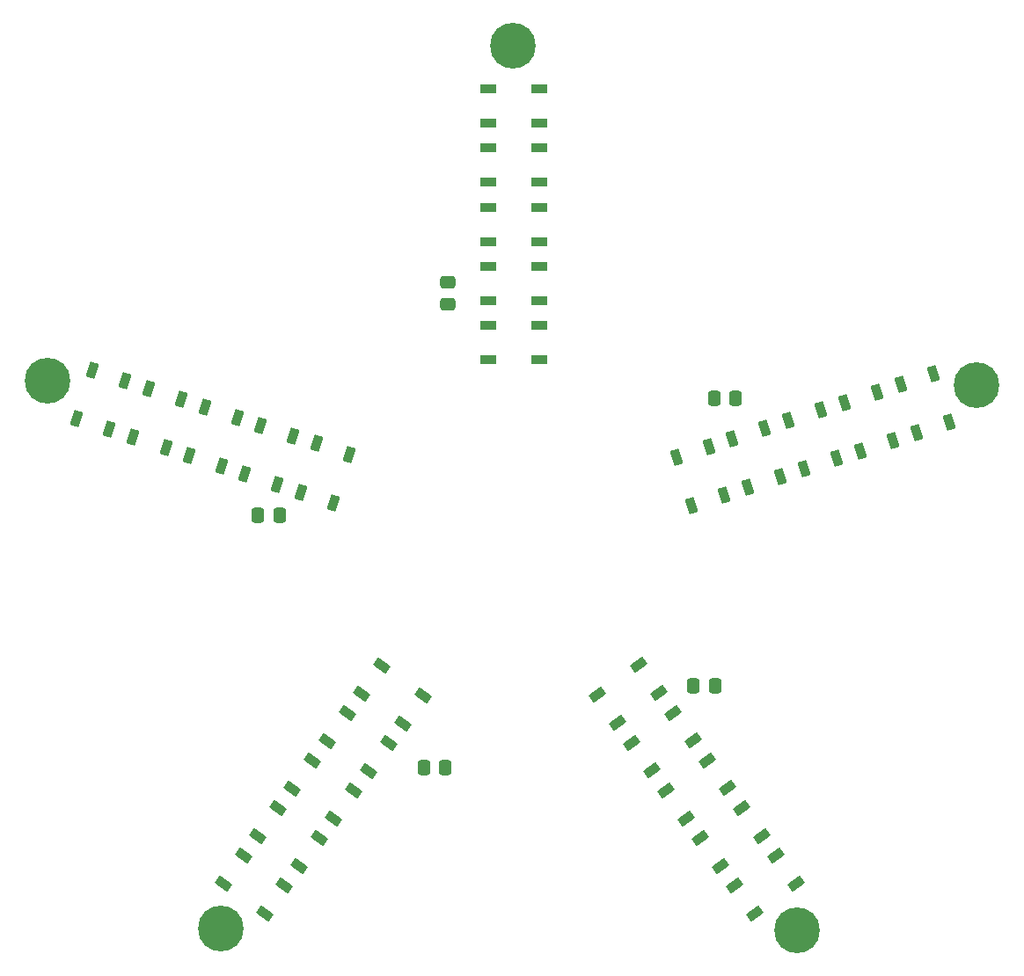
<source format=gts>
G04 #@! TF.GenerationSoftware,KiCad,Pcbnew,9.0.5*
G04 #@! TF.CreationDate,2025-10-14T20:34:03+01:00*
G04 #@! TF.ProjectId,ESP32_Xmas_Star_Module,45535033-325f-4586-9d61-735f53746172,rev?*
G04 #@! TF.SameCoordinates,Original*
G04 #@! TF.FileFunction,Soldermask,Top*
G04 #@! TF.FilePolarity,Negative*
%FSLAX46Y46*%
G04 Gerber Fmt 4.6, Leading zero omitted, Abs format (unit mm)*
G04 Created by KiCad (PCBNEW 9.0.5) date 2025-10-14 20:34:03*
%MOMM*%
%LPD*%
G01*
G04 APERTURE LIST*
G04 Aperture macros list*
%AMRoundRect*
0 Rectangle with rounded corners*
0 $1 Rounding radius*
0 $2 $3 $4 $5 $6 $7 $8 $9 X,Y pos of 4 corners*
0 Add a 4 corners polygon primitive as box body*
4,1,4,$2,$3,$4,$5,$6,$7,$8,$9,$2,$3,0*
0 Add four circle primitives for the rounded corners*
1,1,$1+$1,$2,$3*
1,1,$1+$1,$4,$5*
1,1,$1+$1,$6,$7*
1,1,$1+$1,$8,$9*
0 Add four rect primitives between the rounded corners*
20,1,$1+$1,$2,$3,$4,$5,0*
20,1,$1+$1,$4,$5,$6,$7,0*
20,1,$1+$1,$6,$7,$8,$9,0*
20,1,$1+$1,$8,$9,$2,$3,0*%
G04 Aperture macros list end*
%ADD10RoundRect,0.090000X-0.660000X-0.360000X0.660000X-0.360000X0.660000X0.360000X-0.660000X0.360000X0*%
%ADD11C,4.400000*%
%ADD12RoundRect,0.090000X0.138429X-0.738943X0.546332X0.516451X-0.138429X0.738943X-0.546332X-0.516451X0*%
%ADD13RoundRect,0.090000X-0.546332X0.516451X-0.138429X-0.738943X0.546332X-0.516451X0.138429X0.738943X0*%
%ADD14RoundRect,0.250000X0.475000X-0.337500X0.475000X0.337500X-0.475000X0.337500X-0.475000X-0.337500X0*%
%ADD15RoundRect,0.090000X0.745554X-0.096692X-0.322349X0.679184X-0.745554X0.096692X0.322349X-0.679184X0*%
%ADD16RoundRect,0.250000X-0.337500X-0.475000X0.337500X-0.475000X0.337500X0.475000X-0.337500X0.475000X0*%
%ADD17RoundRect,0.090000X0.322349X0.679184X-0.745554X-0.096692X-0.322349X-0.679184X0.745554X0.096692X0*%
%ADD18RoundRect,0.250000X0.337500X0.475000X-0.337500X0.475000X-0.337500X-0.475000X0.337500X-0.475000X0*%
G04 APERTURE END LIST*
D10*
X147430788Y-55878045D03*
X147430788Y-59178045D03*
X152330788Y-59178045D03*
X152330788Y-55878045D03*
D11*
X194421414Y-78697463D03*
D12*
X129385133Y-88988283D03*
X132523621Y-90008040D03*
X134037803Y-85347863D03*
X130899315Y-84328106D03*
D13*
X184817024Y-79341563D03*
X181678537Y-80361319D03*
X183192720Y-85021495D03*
X186331207Y-84001739D03*
D14*
X143510000Y-70887500D03*
X143510000Y-68812500D03*
D15*
X132536732Y-120419871D03*
X134476424Y-117750115D03*
X130512240Y-114869967D03*
X128572548Y-117539723D03*
D11*
X104970372Y-78314655D03*
D16*
X169142500Y-80010000D03*
X171217500Y-80010000D03*
X167182029Y-107613382D03*
X169257029Y-107613382D03*
D17*
X177050934Y-126694804D03*
X175111243Y-124025048D03*
X171147060Y-126905196D03*
X173086751Y-129574952D03*
D10*
X147445601Y-72970436D03*
X147445600Y-76270436D03*
X152345599Y-76270436D03*
X152345600Y-72970436D03*
X147429046Y-61576476D03*
X147429046Y-64876476D03*
X152329046Y-64876476D03*
X152329046Y-61576476D03*
D15*
X129193214Y-125003412D03*
X131132906Y-122333656D03*
X127168722Y-119453508D03*
X125229030Y-122123264D03*
D16*
X141202500Y-115570000D03*
X143277500Y-115570000D03*
D17*
X170432186Y-117517056D03*
X168492495Y-114847300D03*
X164528312Y-117727448D03*
X166468003Y-120397204D03*
D10*
X147414327Y-50175447D03*
X147414327Y-53475447D03*
X152314327Y-53475447D03*
X152314327Y-50175447D03*
D12*
X113246854Y-83696181D03*
X116385342Y-84715938D03*
X117899524Y-80055761D03*
X114761036Y-79036004D03*
D11*
X121674966Y-131018278D03*
D13*
X179430908Y-81103124D03*
X176292421Y-82122880D03*
X177806604Y-86783056D03*
X180945091Y-85763300D03*
D15*
X125868797Y-129574952D03*
X127808488Y-126905196D03*
X123844305Y-124025048D03*
X121904614Y-126694804D03*
D10*
X147442702Y-67295143D03*
X147442702Y-70595143D03*
X152342702Y-70595143D03*
X152342702Y-67295143D03*
D12*
X123980422Y-87227159D03*
X127118910Y-88246916D03*
X128633092Y-83586739D03*
X125494604Y-82566982D03*
D11*
X177092341Y-131155072D03*
D18*
X127326722Y-91258685D03*
X125251722Y-91258685D03*
D17*
X167116049Y-112928353D03*
X165176358Y-110258597D03*
X161212175Y-113138745D03*
X163151866Y-115808501D03*
D13*
X168632004Y-84622681D03*
X165493518Y-85642437D03*
X167007702Y-90302613D03*
X170146188Y-89282857D03*
D12*
X107817518Y-81917772D03*
X110956006Y-82937529D03*
X112470188Y-78277352D03*
X109331700Y-77257595D03*
D17*
X173735580Y-122096641D03*
X171795889Y-119426885D03*
X167831706Y-122307033D03*
X169771397Y-124976789D03*
D13*
X190233738Y-77556331D03*
X187095251Y-78576087D03*
X188609434Y-83236263D03*
X191747921Y-82216507D03*
D15*
X135878966Y-115847866D03*
X137818658Y-113178110D03*
X133854474Y-110297962D03*
X131914782Y-112967718D03*
D11*
X149801613Y-46007789D03*
D13*
X174021078Y-82874057D03*
X170882592Y-83893813D03*
X172396776Y-88553989D03*
X175535262Y-87534233D03*
D15*
X139215993Y-111259256D03*
X141155685Y-108589500D03*
X137191501Y-105709352D03*
X135251809Y-108379108D03*
D17*
X163799985Y-108323396D03*
X161860294Y-105653640D03*
X157896111Y-108533788D03*
X159835802Y-111203544D03*
D12*
X118604662Y-85441629D03*
X121743150Y-86461386D03*
X123257332Y-81801209D03*
X120118844Y-80781452D03*
M02*

</source>
